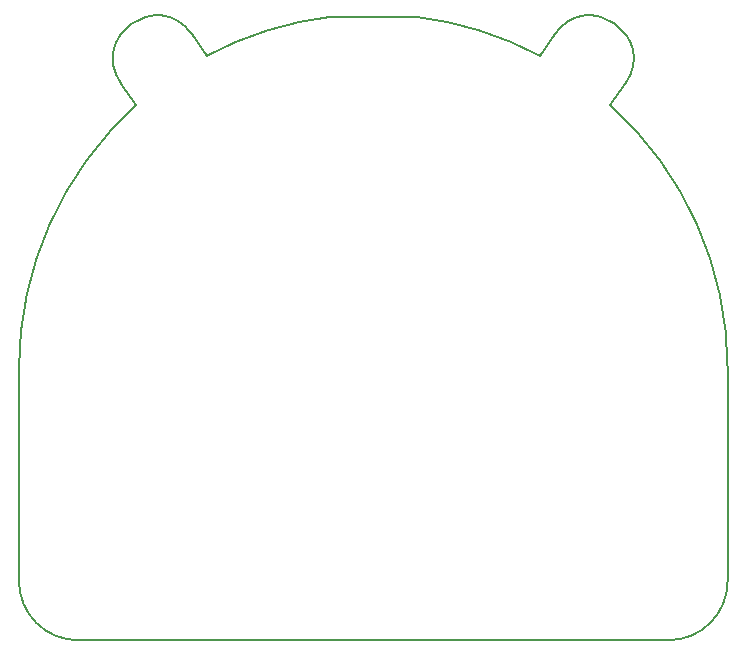
<source format=gbr>
G04 #@! TF.GenerationSoftware,KiCad,Pcbnew,9.0.1*
G04 #@! TF.CreationDate,2025-04-26T02:46:57-04:00*
G04 #@! TF.ProjectId,SwerveModuleBoard,53776572-7665-44d6-9f64-756c65426f61,REV1*
G04 #@! TF.SameCoordinates,Original*
G04 #@! TF.FileFunction,Profile,NP*
%FSLAX46Y46*%
G04 Gerber Fmt 4.6, Leading zero omitted, Abs format (unit mm)*
G04 Created by KiCad (PCBNEW 9.0.1) date 2025-04-26 02:46:57*
%MOMM*%
%LPD*%
G01*
G04 APERTURE LIST*
G04 #@! TA.AperFunction,Profile*
%ADD10C,0.200000*%
G04 #@! TD*
G04 APERTURE END LIST*
D10*
X103500018Y-70004867D02*
G75*
G02*
X114089554Y-73314447I-3500018J-29795133D01*
G01*
X85910445Y-73314452D02*
G75*
G02*
X96500037Y-70004878I14089455J-26485348D01*
G01*
X70000000Y-99800000D02*
G75*
G02*
X79930634Y-77501558I30000000J0D01*
G01*
X120069363Y-77501560D02*
X121344320Y-75680740D01*
X115364509Y-71493628D02*
X114089554Y-73314451D01*
X78655648Y-75680689D02*
X79930634Y-77501558D01*
X130000000Y-117800000D02*
X130000000Y-99800000D01*
X70000000Y-99800000D02*
X70000000Y-117800000D01*
X75000000Y-122800000D02*
G75*
G02*
X70000000Y-117800000I0J5000000D01*
G01*
X115364509Y-71493628D02*
G75*
G02*
X121344291Y-75680772I2989891J-2093572D01*
G01*
X78655648Y-75680689D02*
G75*
G02*
X84618760Y-71469746I2989982J2093539D01*
G01*
X85910445Y-73314452D02*
X84618766Y-71469742D01*
X130000000Y-117800000D02*
G75*
G02*
X125000000Y-122800000I-5000000J0D01*
G01*
X75000000Y-122800000D02*
X125000000Y-122800000D01*
X103500025Y-70004868D02*
X96500036Y-70004867D01*
X120069363Y-77501560D02*
G75*
G02*
X129999996Y-99800000I-20069363J-22298440D01*
G01*
M02*

</source>
